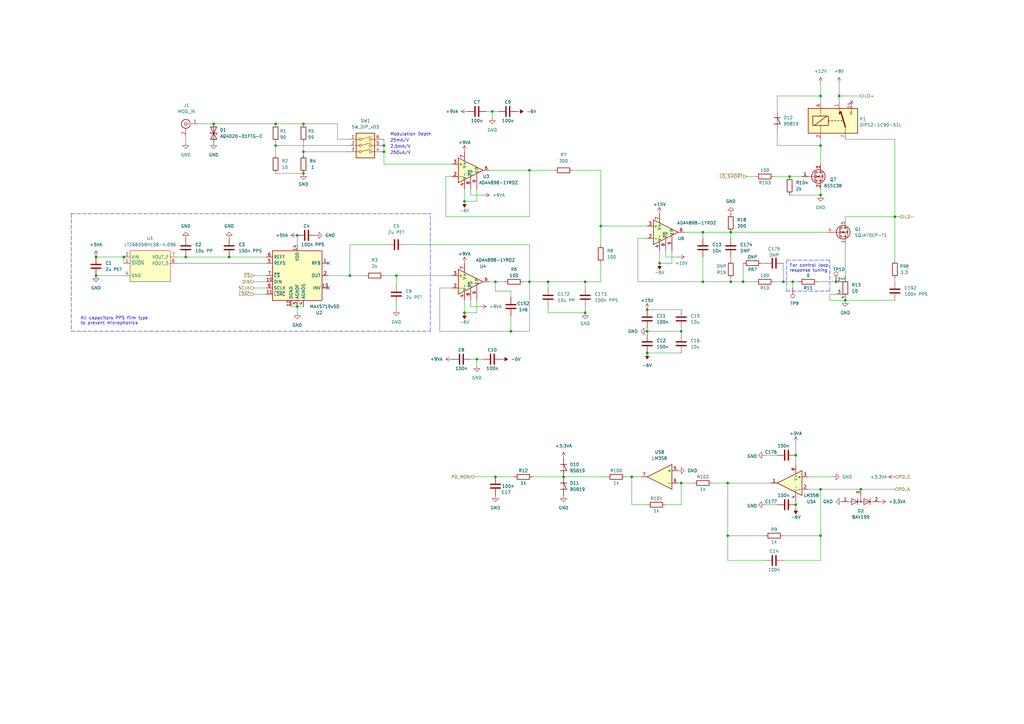
<source format=kicad_sch>
(kicad_sch (version 20211123) (generator eeschema)
  (paper "A3")
  (title_block (title "Kirdy") (date "2022-07-03") (rev "r0.1") (company "M-Labs") (comment 1 "Alex Wong Tat Hang"))
  (lib_symbols
    (symbol "Amplifier_Operational:ADA4898-1YRDZ" (pin_names (offset 0.127))
      (property "Reference" "U" (at 3.81 3.81 0))
      (property "Value" "ADA4898-1YRDZ" (at 11.43 -2.54 0))
      (symbol "ADA4898-1YRDZ_1_1"
        (pin input line (at -7.62 -2.54 0) (length 2.54) (name "-") (number "2"))
        (pin input line (at -7.62 2.54 0) (length 2.54) (name "+") (number "3"))
        (pin power_in line (at -2.54 -7.62 90) (length 3.81) (name "V-") (number "4"))
        (pin output line (at 7.62 0 180) (length 2.54) (name "~") (number "6"))
        (pin power_in line (at -2.54 7.62 270) (length 3.81) (name "V+") (number "7"))
        (pin input line (at 0 -7.62 90) (length 5.08) (name "~{PD}") (number "8"))
        (pin passive line (at 2.54 -7.62 90) (length 6.35) (name "EP") (number "9"))
      )
    )
    (symbol "Amplifier_Operational:LM358" (pin_names (offset 0.127))
      (property "Reference" "U" (at 0 5.08 0))
      (property "Value" "LM358" (at 0 -5.08 0))
      (symbol "LM358_1_1"
        (pin output line (at 7.62 0 180) (length 2.54) (name "~") (number "1"))
        (pin input line (at -7.62 -2.54 0) (length 2.54) (name "-") (number "2"))
        (pin input line (at -7.62 2.54 0) (length 2.54) (name "+") (number "3"))
      )
      (symbol "LM358_2_1"
        (pin input line (at -7.62 2.54 0) (length 2.54) (name "+") (number "5"))
        (pin input line (at -7.62 -2.54 0) (length 2.54) (name "-") (number "6"))
        (pin output line (at 7.62 0 180) (length 2.54) (name "~") (number "7"))
      )
      (symbol "LM358_3_1"
        (pin power_in line (at -2.54 -7.62 90) (length 3.81) (name "V-") (number "4"))
        (pin power_in line (at -2.54 7.62 270) (length 3.81) (name "V+") (number "8"))
      )
    )
    (symbol "Analog_DAC:MAX5719xSD"
      (property "Reference" "U" (at -10.16 11.43 0))
      (property "Value" "MAX5719xSD" (at 1.27 11.43 0))
      (symbol "MAX5719xSD_1_1"
        (pin passive line (at 12.7 5.08 180) (length 2.54) (name "RFB") (number "1"))
        (pin input line (at -12.7 -2.54 0) (length 2.54) (name "DIN") (number "10"))
        (pin input line (at -12.7 -7.62 0) (length 2.54) (name "~{LDAC}") (number "11"))
        (pin power_in line (at -2.54 -12.7 90) (length 2.54) (name "DGND") (number "12"))
        (pin passive line (at 12.7 -5.08 180) (length 2.54) (name "INV") (number "13"))
        (pin power_in line (at 0 12.7 270) (length 2.54) (name "VDD") (number "14"))
        (pin output line (at 12.7 0 180) (length 2.54) (name "OUT") (number "2"))
        (pin power_in line (at 0 -12.7 90) (length 2.54) (name "AGNDF") (number "3"))
        (pin power_in line (at 2.54 -12.7 90) (length 2.54) (name "AGNDS") (number "4"))
        (pin input line (at -12.7 5.08 0) (length 2.54) (name "REFS") (number "5"))
        (pin input line (at -12.7 7.62 0) (length 2.54) (name "REFF") (number "6"))
        (pin input line (at -12.7 0 0) (length 2.54) (name "~{CS}") (number "7"))
        (pin input line (at -12.7 -5.08 0) (length 2.54) (name "SCLK") (number "8"))
        (pin no_connect line (at 10.16 -7.62 180) (length 2.54) hide (name "NC") (number "9"))
      )
    )
    (symbol "Connector:Conn_Coaxial" (pin_names (offset 1.016) hide)
      (property "Reference" "J" (at 0.254 3.048 0))
      (property "Value" "Conn_Coaxial" (at 2.921 0 90))
      (symbol "Conn_Coaxial_1_1"
        (pin passive line (at -5.08 0 0) (length 2.54) (name "In") (number "1"))
        (pin passive line (at 0 -5.08 90) (length 2.54) (name "Ext") (number "2"))
      )
    )
    (symbol "Connector:TestPoint" (pin_numbers hide) (pin_names (offset 0.762) hide)
      (property "Reference" "TP" (at 0 6.858 0))
      (property "Value" "TestPoint" (at 0 5.08 0))
      (symbol "TestPoint_1_1"
        (pin passive line (at 0 0 90) (length 2.54) (name "1") (number "1"))
      )
    )
    (symbol "Device:C" (pin_numbers hide) (pin_names (offset 0.254))
      (property "Reference" "C" (at 0.635 2.54 0))
      (property "Value" "C" (at 0.635 -2.54 0))
      (symbol "C_1_1"
        (pin passive line (at 0 3.81 270) (length 2.794) (name "~") (number "1"))
        (pin passive line (at 0 -3.81 90) (length 2.794) (name "~") (number "2"))
      )
    )
    (symbol "Device:D_Shockley" (pin_numbers hide) (pin_names (offset 1.016) hide)
      (property "Reference" "D" (at 0 2.54 0))
      (property "Value" "D_Shockley" (at 0 -2.54 0))
      (symbol "D_Shockley_1_1"
        (pin passive line (at -3.81 0 0) (length 2.54) (name "K") (number "1"))
        (pin passive line (at 3.81 0 180) (length 2.54) (name "A") (number "2"))
      )
    )
    (symbol "Device:D_TVS" (pin_numbers hide) (pin_names (offset 1.016) hide)
      (property "Reference" "D" (at 0 2.54 0))
      (property "Value" "D_TVS" (at 0 -2.54 0))
      (symbol "D_TVS_1_1"
        (pin passive line (at -3.81 0 0) (length 2.54) (name "A1") (number "1"))
        (pin passive line (at 3.81 0 180) (length 2.54) (name "A2") (number "2"))
      )
    )
    (symbol "Device:R" (pin_numbers hide) (pin_names (offset 0))
      (property "Reference" "R" (at 2.032 0 90))
      (property "Value" "R" (at 0 0 90))
      (symbol "R_1_1"
        (pin passive line (at 0 3.81 270) (length 1.27) (name "~") (number "1"))
        (pin passive line (at 0 -3.81 90) (length 1.27) (name "~") (number "2"))
      )
    )
    (symbol "Device:R_Shunt" (pin_numbers hide) (pin_names (offset 0))
      (property "Reference" "R" (at -4.445 0 90))
      (property "Value" "R_Shunt" (at -2.54 0 90))
      (symbol "R_Shunt_1_1"
        (pin passive line (at 0 5.08 270) (length 2.54) (name "1") (number "1"))
        (pin passive line (at 3.81 2.54 180) (length 2.54) (name "2") (number "2"))
        (pin passive line (at 3.81 -2.54 180) (length 2.54) (name "3") (number "3"))
        (pin passive line (at 0 -5.08 90) (length 2.54) (name "4") (number "4"))
      )
    )
    (symbol "Diode:BAV99" (pin_names hide)
      (property "Reference" "D" (at 0 5.08 0))
      (property "Value" "BAV99" (at 0 2.54 0))
      (symbol "BAV99_1_1"
        (pin passive line (at -7.62 0 0) (length 2.54) (name "K") (number "1"))
        (pin passive line (at 7.62 0 180) (length 2.54) (name "A") (number "2"))
        (pin passive line (at 0 -5.08 90) (length 2.54) (name "K") (number "3"))
      )
    )
    (symbol "Relay:DIPxx-1Cxx-51x"
      (property "Reference" "K" (at 11.43 3.81 0))
      (property "Value" "DIPxx-1Cxx-51x" (at 11.43 1.27 0))
      (symbol "DIPxx-1Cxx-51x_1_1"
        (pin passive line (at 2.54 7.62 270) (length 2.54) (name "~") (number "1"))
        (pin passive line (at 7.62 7.62 270) (length 2.54) (name "~") (number "14"))
        (pin passive line (at -5.08 -7.62 90) (length 2.54) (name "~") (number "2"))
        (pin passive line (at -5.08 7.62 270) (length 2.54) (name "~") (number "6"))
        (pin passive line (at 5.08 -7.62 90) (length 2.54) (name "~") (number "7"))
        (pin passive line (at 5.08 -7.62 90) (length 2.54) hide (name "~") (number "8"))
      )
    )
    (symbol "Switch:SW_DIP_x03" (pin_names (offset 0) hide)
      (property "Reference" "SW" (at 0 8.89 0))
      (property "Value" "SW_DIP_x03" (at 0 -3.81 0))
      (symbol "SW_DIP_x03_1_1"
        (pin passive line (at -7.62 5.08 0) (length 5.08) (name "~") (number "1"))
        (pin passive line (at -7.62 2.54 0) (length 5.08) (name "~") (number "2"))
        (pin passive line (at -7.62 0 0) (length 5.08) (name "~") (number "3"))
        (pin passive line (at 7.62 0 180) (length 5.08) (name "~") (number "4"))
        (pin passive line (at 7.62 2.54 180) (length 5.08) (name "~") (number "5"))
        (pin passive line (at 7.62 5.08 180) (length 5.08) (name "~") (number "6"))
      )
    )
    (symbol "Transistor_FET:BSS138" (pin_names hide)
      (property "Reference" "Q" (at 5.08 1.905 0))
      (property "Value" "BSS138" (at 5.08 0 0))
      (symbol "BSS138_1_1"
        (pin input line (at -5.08 0 0) (length 2.54) (name "G") (number "1"))
        (pin passive line (at 2.54 -5.08 90) (length 2.54) (name "S") (number "2"))
        (pin passive line (at 2.54 5.08 270) (length 2.54) (name "D") (number "3"))
      )
    )
    (symbol "Transistor_FET:CSD17507Q5A" (pin_names hide)
      (property "Reference" "Q" (at 5.08 1.905 0))
      (property "Value" "CSD17507Q5A" (at 5.08 0 0))
      (symbol "CSD17507Q5A_1_1"
        (pin passive line (at 2.54 -5.08 90) (length 2.54) (name "S") (number "1"))
        (pin passive line (at 2.54 -5.08 90) (length 2.54) hide (name "S") (number "2"))
        (pin passive line (at 2.54 -5.08 90) (length 2.54) hide (name "S") (number "3"))
        (pin passive line (at -5.08 0 0) (length 2.54) (name "G") (number "4"))
        (pin passive line (at 2.54 5.08 270) (length 2.54) (name "D") (number "5"))
      )
    )
    (symbol "kirdy:LTC6655"
      (property "Reference" "U" (at 0 -10.16 0))
      (property "Value" "LTC6655" (at 0 -7.62 0))
      (symbol "LTC6655_0_0"
        (pin input line (at -10.16 2.54 0) (length 2.54) (name "~{SHDN}") (number "1"))
        (pin power_in line (at -10.16 5.08 0) (length 2.54) (name "VIN") (number "2"))
        (pin power_in line (at -10.16 -2.54 0) (length 2.54) hide (name "GND") (number "3"))
        (pin power_in line (at -10.16 -2.54 0) (length 2.54) (name "GND") (number "4"))
        (pin power_in line (at -10.16 -2.54 0) (length 2.54) hide (name "GND") (number "5"))
        (pin passive line (at 11.43 2.54 180) (length 2.54) (name "VOUT_S") (number "6"))
        (pin output line (at 11.43 5.08 180) (length 2.54) (name "VOUT_F") (number "7"))
        (pin power_in line (at -10.16 -2.54 0) (length 2.54) hide (name "GND") (number "8"))
      )
    )
    (symbol "power:+12V" (power) (pin_names (offset 0))
      (property "Value" "+12V" (at 0 3.556 0))
      (symbol "+12V_1_1"
        (pin power_in line (at 0 0 90) (length 0) hide (name "+12V") (number "1"))
      )
    )
    (symbol "power:+15V" (power) (pin_names (offset 0))
      (property "Value" "+15V" (at 0 3.556 0))
      (symbol "+15V_1_1"
        (pin power_in line (at 0 0 90) (length 0) hide (name "+15V") (number "1"))
      )
    )
    (symbol "power:+3.3VA" (power) (pin_names (offset 0))
      (property "Value" "+3.3VA" (at 0 3.556 0))
      (symbol "+3.3VA_1_1"
        (pin power_in line (at 0 0 90) (length 0) hide (name "+3.3VA") (number "1"))
      )
    )
    (symbol "power:+5VA" (power) (pin_names (offset 0))
      (property "Value" "+5VA" (at 0 3.556 0))
      (symbol "+5VA_1_1"
        (pin power_in line (at 0 0 90) (length 0) hide (name "+5VA") (number "1"))
      )
    )
    (symbol "power:+8V" (power) (pin_names (offset 0))
      (property "Value" "+8V" (at 0 3.556 0))
      (symbol "+8V_1_1"
        (pin power_in line (at 0 0 90) (length 0) hide (name "+8V") (number "1"))
      )
    )
    (symbol "power:+9VA" (power) (pin_names (offset 0))
      (property "Value" "+9VA" (at 0 3.81 0))
      (symbol "+9VA_1_1"
        (pin power_in line (at 0 0 90) (length 0) hide (name "+9VA") (number "1"))
      )
    )
    (symbol "power:-6V" (power) (pin_names (offset 0))
      (property "Value" "-6V" (at 0 3.81 0))
      (symbol "-6V_0_0"
        (pin power_in line (at 0 0 90) (length 0) hide (name "-6V") (number "1"))
      )
    )
    (symbol "power:GND" (power) (pin_names (offset 0))
      (property "Value" "GND" (at 0 -3.81 0))
      (symbol "GND_1_1"
        (pin power_in line (at 0 0 270) (length 0) hide (name "GND") (number "1"))
      )
    )
  )
  (junction (at 270.51 107.95))
  (junction (at 124.46 71.12))
  (junction (at 217.17 69.85))
  (junction (at 342.9 115.57))
  (junction (at 265.43 135.89))
  (junction (at 203.2 115.57))
  (junction (at 121.92 96.52))
  (junction (at 288.29 95.25))
  (junction (at 367.03 88.9))
  (junction (at 231.14 195.58))
  (junction (at 87.63 50.8))
  (junction (at 201.93 45.72))
  (junction (at 157.48 62.23))
  (junction (at 240.03 115.57))
  (junction (at 336.55 219.71))
  (junction (at 195.58 147.32))
  (junction (at 299.72 115.57))
  (junction (at 265.43 127))
  (junction (at 190.5 128.27))
  (junction (at 124.46 50.8))
  (junction (at 336.55 39.37))
  (junction (at 298.45 198.12))
  (junction (at 217.17 115.57))
  (junction (at 224.79 115.57))
  (junction (at 190.5 82.55))
  (junction (at 325.12 115.57))
  (junction (at 288.29 115.57))
  (junction (at 143.51 113.03))
  (junction (at 326.39 207.01))
  (junction (at 336.55 80.01))
  (junction (at 299.72 95.25))
  (junction (at 259.08 195.58))
  (junction (at 113.03 50.8))
  (junction (at 336.55 200.66))
  (junction (at 162.56 113.03))
  (junction (at 76.2 105.41))
  (junction (at 279.4 198.12))
  (junction (at 279.4 135.89))
  (junction (at 246.38 92.71))
  (junction (at 50.8 105.41))
  (junction (at 346.71 123.19))
  (junction (at 265.43 144.78))
  (junction (at 93.98 105.41))
  (junction (at 353.06 200.66))
  (junction (at 39.37 113.03))
  (junction (at 240.03 128.27))
  (junction (at 113.03 59.69))
  (junction (at 336.55 59.69))
  (junction (at 344.17 39.37))
  (junction (at 298.45 219.71))
  (junction (at 304.8 115.57))
  (junction (at 326.39 186.69))
  (junction (at 124.46 62.23))
  (junction (at 121.92 125.73))
  (junction (at 209.55 135.89))
  (junction (at 39.37 105.41))
  (junction (at 203.2 195.58))
  (junction (at 157.48 59.69))
  (junction (at 323.85 72.39))
  (junction (at 321.31 115.57))
  (no_connect (at 349.25 41.91))
  (no_connect (at 134.62 118.11))
  (no_connect (at 134.62 107.95))
  (wire (pts (xy 162.56 124.46) (xy 162.56 127)))
  (wire (pts (xy 104.14 113.03) (xy 109.22 113.03)))
  (wire (pts (xy 326.39 207.01) (xy 326.39 205.74)))
  (wire (pts (xy 298.45 219.71) (xy 313.69 219.71)))
  (wire (pts (xy 50.8 105.41) (xy 50.8 107.95)))
  (wire (pts (xy 157.48 59.69) (xy 157.48 62.23)))
  (wire (pts (xy 323.85 72.39) (xy 328.93 72.39)))
  (wire (pts (xy 217.17 115.57) (xy 224.79 115.57)))
  (wire (pts (xy 353.06 200.66) (xy 367.03 200.66)))
  (wire (pts (xy 113.03 71.12) (xy 124.46 71.12)))
  (wire (pts (xy 335.28 115.57) (xy 342.9 115.57)))
  (wire (pts (xy 288.29 95.25) (xy 299.72 95.25)))
  (wire (pts (xy 321.31 219.71) (xy 336.55 219.71)))
  (wire (pts (xy 318.77 59.69) (xy 336.55 59.69)))
  (wire (pts (xy 336.55 219.71) (xy 336.55 200.66)))
  (wire (pts (xy 325.12 118.11) (xy 325.12 115.57)))
  (wire (pts (xy 231.14 195.58) (xy 248.92 195.58)))
  (wire (pts (xy 240.03 115.57) (xy 246.38 115.57)))
  (wire (pts (xy 265.43 135.89) (xy 265.43 137.16)))
  (wire (pts (xy 346.71 90.17) (xy 346.71 88.9)))
  (wire (pts (xy 166.37 100.33) (xy 217.17 100.33)))
  (wire (pts (xy 138.43 57.15) (xy 142.24 57.15)))
  (wire (pts (xy 278.13 198.12) (xy 279.4 198.12)))
  (wire (pts (xy 194.31 195.58) (xy 203.2 195.58)))
  (wire (pts (xy 76.2 58.42) (xy 76.2 55.88)))
  (wire (pts (xy 240.03 118.11) (xy 240.03 115.57)))
  (wire (pts (xy 288.29 95.25) (xy 288.29 97.79)))
  (wire (pts (xy 280.67 95.25) (xy 288.29 95.25)))
  (wire (pts (xy 193.04 125.73) (xy 196.85 125.73)))
  (wire (pts (xy 336.55 34.29) (xy 336.55 39.37)))
  (wire (pts (xy 124.46 58.42) (xy 124.46 62.23)))
  (wire (pts (xy 273.05 207.01) (xy 279.4 207.01)))
  (wire (pts (xy 246.38 107.95) (xy 246.38 115.57)))
  (wire (pts (xy 367.03 114.3) (xy 367.03 115.57)))
  (wire (pts (xy 299.72 95.25) (xy 339.09 95.25)))
  (wire (pts (xy 81.28 50.8) (xy 87.63 50.8)))
  (polyline (pts (xy 322.58 119.38) (xy 340.36 119.38)))
  (wire (pts (xy 104.14 118.11) (xy 109.22 118.11)))
  (wire (pts (xy 273.05 105.41) (xy 278.13 105.41)))
  (polyline (pts (xy 322.58 106.68) (xy 340.36 106.68)))
  (wire (pts (xy 340.36 120.65) (xy 340.36 123.19)))
  (wire (pts (xy 318.77 53.34) (xy 318.77 59.69)))
  (wire (pts (xy 157.48 57.15) (xy 157.48 59.69)))
  (wire (pts (xy 299.72 105.41) (xy 299.72 106.68)))
  (wire (pts (xy 298.45 219.71) (xy 298.45 198.12)))
  (wire (pts (xy 76.2 105.41) (xy 93.98 105.41)))
  (wire (pts (xy 104.14 115.57) (xy 109.22 115.57)))
  (wire (pts (xy 113.03 58.42) (xy 113.03 59.69)))
  (wire (pts (xy 200.66 69.85) (xy 217.17 69.85)))
  (wire (pts (xy 201.93 45.72) (xy 201.93 48.26)))
  (wire (pts (xy 306.07 72.39) (xy 309.88 72.39)))
  (wire (pts (xy 224.79 115.57) (xy 240.03 115.57)))
  (wire (pts (xy 217.17 88.9) (xy 217.17 69.85)))
  (wire (pts (xy 209.55 135.89) (xy 217.17 135.89)))
  (wire (pts (xy 162.56 113.03) (xy 185.42 113.03)))
  (wire (pts (xy 157.48 113.03) (xy 162.56 113.03)))
  (wire (pts (xy 299.72 95.25) (xy 299.72 97.79)))
  (wire (pts (xy 217.17 135.89) (xy 217.17 115.57)))
  (wire (pts (xy 367.03 88.9) (xy 346.71 88.9)))
  (wire (pts (xy 313.69 229.87) (xy 298.45 229.87)))
  (wire (pts (xy 240.03 128.27) (xy 240.03 125.73)))
  (wire (pts (xy 313.69 207.01) (xy 318.77 207.01)))
  (wire (pts (xy 72.39 107.95) (xy 109.22 107.95)))
  (wire (pts (xy 336.55 57.15) (xy 336.55 59.69)))
  (wire (pts (xy 124.46 62.23) (xy 142.24 62.23)))
  (wire (pts (xy 214.63 115.57) (xy 217.17 115.57)))
  (wire (pts (xy 279.4 135.89) (xy 265.43 135.89)))
  (wire (pts (xy 201.93 45.72) (xy 204.47 45.72)))
  (wire (pts (xy 180.34 118.11) (xy 180.34 135.89)))
  (wire (pts (xy 256.54 195.58) (xy 259.08 195.58)))
  (wire (pts (xy 259.08 207.01) (xy 259.08 195.58)))
  (wire (pts (xy 195.58 82.55) (xy 195.58 77.47)))
  (wire (pts (xy 190.5 77.47) (xy 190.5 82.55)))
  (wire (pts (xy 195.58 128.27) (xy 195.58 123.19)))
  (wire (pts (xy 279.4 198.12) (xy 284.48 198.12)))
  (wire (pts (xy 143.51 100.33) (xy 143.51 113.03)))
  (wire (pts (xy 158.75 100.33) (xy 143.51 100.33)))
  (polyline (pts (xy 29.21 87.63) (xy 176.53 87.63)))
  (wire (pts (xy 346.71 123.19) (xy 367.03 123.19)))
  (wire (pts (xy 218.44 195.58) (xy 231.14 195.58)))
  (wire (pts (xy 195.58 147.32) (xy 198.12 147.32)))
  (wire (pts (xy 87.63 50.8) (xy 113.03 50.8)))
  (wire (pts (xy 304.8 107.95) (xy 304.8 115.57)))
  (wire (pts (xy 193.04 77.47) (xy 193.04 80.01)))
  (wire (pts (xy 113.03 50.8) (xy 124.46 50.8)))
  (wire (pts (xy 336.55 39.37) (xy 336.55 41.91)))
  (wire (pts (xy 190.5 82.55) (xy 195.58 82.55)))
  (wire (pts (xy 193.04 147.32) (xy 195.58 147.32)))
  (wire (pts (xy 203.2 195.58) (xy 210.82 195.58)))
  (wire (pts (xy 321.31 115.57) (xy 325.12 115.57)))
  (wire (pts (xy 246.38 69.85) (xy 246.38 92.71)))
  (wire (pts (xy 270.51 107.95) (xy 275.59 107.95)))
  (wire (pts (xy 199.39 45.72) (xy 201.93 45.72)))
  (wire (pts (xy 344.17 39.37) (xy 344.17 41.91)))
  (wire (pts (xy 185.42 72.39) (xy 182.88 72.39)))
  (polyline (pts (xy 340.36 119.38) (xy 340.36 106.68)))
  (wire (pts (xy 340.36 120.65) (xy 342.9 120.65)))
  (wire (pts (xy 292.1 198.12) (xy 298.45 198.12)))
  (wire (pts (xy 72.39 105.41) (xy 76.2 105.41)))
  (wire (pts (xy 259.08 195.58) (xy 262.89 195.58)))
  (wire (pts (xy 180.34 135.89) (xy 209.55 135.89)))
  (wire (pts (xy 298.45 198.12) (xy 316.23 198.12)))
  (wire (pts (xy 193.04 123.19) (xy 193.04 125.73)))
  (wire (pts (xy 134.62 113.03) (xy 143.51 113.03)))
  (wire (pts (xy 209.55 119.38) (xy 203.2 119.38)))
  (wire (pts (xy 93.98 105.41) (xy 109.22 105.41)))
  (wire (pts (xy 317.5 115.57) (xy 321.31 115.57)))
  (wire (pts (xy 367.03 57.15) (xy 346.71 57.15)))
  (wire (pts (xy 234.95 69.85) (xy 246.38 69.85)))
  (wire (pts (xy 39.37 105.41) (xy 50.8 105.41)))
  (wire (pts (xy 326.39 181.61) (xy 326.39 186.69)))
  (wire (pts (xy 39.37 113.03) (xy 50.8 113.03)))
  (wire (pts (xy 369.57 88.9) (xy 367.03 88.9)))
  (wire (pts (xy 318.77 39.37) (xy 336.55 39.37)))
  (wire (pts (xy 190.5 128.27) (xy 195.58 128.27)))
  (wire (pts (xy 124.46 62.23) (xy 124.46 63.5)))
  (wire (pts (xy 270.51 102.87) (xy 270.51 107.95)))
  (polyline (pts (xy 29.21 87.63) (xy 29.21 135.89)))
  (wire (pts (xy 325.12 115.57) (xy 327.66 115.57)))
  (wire (pts (xy 113.03 59.69) (xy 142.24 59.69)))
  (wire (pts (xy 261.62 115.57) (xy 261.62 97.79)))
  (wire (pts (xy 298.45 229.87) (xy 298.45 219.71)))
  (wire (pts (xy 121.92 96.52) (xy 121.92 100.33)))
  (wire (pts (xy 273.05 102.87) (xy 273.05 105.41)))
  (wire (pts (xy 157.48 67.31) (xy 185.42 67.31)))
  (polyline (pts (xy 322.58 106.68) (xy 322.58 119.38)))
  (wire (pts (xy 217.17 69.85) (xy 227.33 69.85)))
  (wire (pts (xy 331.47 195.58) (xy 341.63 195.58)))
  (wire (pts (xy 336.55 59.69) (xy 336.55 67.31)))
  (wire (pts (xy 304.8 115.57) (xy 309.88 115.57)))
  (wire (pts (xy 344.17 39.37) (xy 353.06 39.37)))
  (wire (pts (xy 288.29 115.57) (xy 261.62 115.57)))
  (wire (pts (xy 182.88 88.9) (xy 217.17 88.9)))
  (wire (pts (xy 119.38 125.73) (xy 121.92 125.73)))
  (wire (pts (xy 246.38 92.71) (xy 265.43 92.71)))
  (wire (pts (xy 367.03 88.9) (xy 367.03 106.68)))
  (wire (pts (xy 104.14 120.65) (xy 109.22 120.65)))
  (wire (pts (xy 326.39 208.28) (xy 326.39 207.01)))
  (wire (pts (xy 318.77 45.72) (xy 318.77 39.37)))
  (wire (pts (xy 143.51 113.03) (xy 149.86 113.03)))
  (wire (pts (xy 193.04 80.01) (xy 198.12 80.01)))
  (wire (pts (xy 246.38 92.71) (xy 246.38 100.33)))
  (polyline (pts (xy 29.21 135.89) (xy 176.53 135.89)))
  (wire (pts (xy 224.79 125.73) (xy 224.79 128.27)))
  (wire (pts (xy 299.72 114.3) (xy 299.72 115.57)))
  (wire (pts (xy 367.03 57.15) (xy 367.03 88.9)))
  (wire (pts (xy 313.69 186.69) (xy 318.77 186.69)))
  (wire (pts (xy 321.31 229.87) (xy 336.55 229.87)))
  (wire (pts (xy 190.5 123.19) (xy 190.5 128.27)))
  (wire (pts (xy 326.39 186.69) (xy 326.39 190.5)))
  (wire (pts (xy 224.79 118.11) (xy 224.79 115.57)))
  (wire (pts (xy 331.47 200.66) (xy 336.55 200.66)))
  (wire (pts (xy 203.2 119.38) (xy 203.2 115.57)))
  (wire (pts (xy 321.31 107.95) (xy 321.31 115.57)))
  (wire (pts (xy 336.55 229.87) (xy 336.55 219.71)))
  (wire (pts (xy 209.55 129.54) (xy 209.55 135.89)))
  (wire (pts (xy 279.4 134.62) (xy 279.4 135.89)))
  (wire (pts (xy 344.17 34.29) (xy 344.17 39.37)))
  (wire (pts (xy 312.42 107.95) (xy 313.69 107.95)))
  (wire (pts (xy 323.85 80.01) (xy 336.55 80.01)))
  (wire (pts (xy 113.03 59.69) (xy 113.03 63.5)))
  (wire (pts (xy 121.92 125.73) (xy 121.92 128.27)))
  (wire (pts (xy 217.17 100.33) (xy 217.17 115.57)))
  (wire (pts (xy 279.4 135.89) (xy 279.4 137.16)))
  (wire (pts (xy 162.56 113.03) (xy 162.56 116.84)))
  (wire (pts (xy 279.4 207.01) (xy 279.4 198.12)))
  (wire (pts (xy 157.48 62.23) (xy 157.48 67.31)))
  (wire (pts (xy 124.46 50.8) (xy 138.43 50.8)))
  (wire (pts (xy 203.2 115.57) (xy 207.01 115.57)))
  (wire (pts (xy 336.55 77.47) (xy 336.55 80.01)))
  (wire (pts (xy 317.5 72.39) (xy 323.85 72.39)))
  (wire (pts (xy 340.36 123.19) (xy 346.71 123.19)))
  (wire (pts (xy 185.42 118.11) (xy 180.34 118.11)))
  (wire (pts (xy 265.43 134.62) (xy 265.43 135.89)))
  (wire (pts (xy 224.79 128.27) (xy 240.03 128.27)))
  (wire (pts (xy 265.43 127) (xy 279.4 127)))
  (wire (pts (xy 336.55 200.66) (xy 353.06 200.66)))
  (wire (pts (xy 288.29 115.57) (xy 299.72 115.57)))
  (wire (pts (xy 209.55 121.92) (xy 209.55 119.38)))
  (wire (pts (xy 265.43 144.78) (xy 279.4 144.78)))
  (wire (pts (xy 200.66 115.57) (xy 203.2 115.57)))
  (wire (pts (xy 346.71 100.33) (xy 346.71 113.03)))
  (wire (pts (xy 138.43 50.8) (xy 138.43 57.15)))
  (wire (pts (xy 275.59 107.95) (xy 275.59 102.87)))
  (wire (pts (xy 288.29 105.41) (xy 288.29 115.57)))
  (wire (pts (xy 195.58 147.32) (xy 195.58 149.86)))
  (wire (pts (xy 299.72 115.57) (xy 304.8 115.57)))
  (polyline (pts (xy 176.53 135.89) (xy 176.53 87.63)))
  (wire (pts (xy 265.43 207.01) (xy 259.08 207.01)))
  (wire (pts (xy 121.92 125.73) (xy 124.46 125.73)))
  (wire (pts (xy 182.88 72.39) (xy 182.88 88.9)))
  (wire (pts (xy 261.62 97.79) (xy 265.43 97.79)))
  (text "250uA/V" (at 160.02 63.5 0) (effects (font (size 1.27 1.27)) (justify left bottom)))
  (text "All capacitors PPS film type\nto prevent microphonics " (at 33.02 133.35 0) (effects (font (size 1.27 1.27)) (justify left bottom)))
  (text "2.5mA/V" (at 160.02 60.96 0) (effects (font (size 1.27 1.27)) (justify left bottom)))
  (text "For control loop\nresponse tuning" (at 323.85 111.76 0) (effects (font (size 1.27 1.27)) (justify left bottom)))
  (text "25mA/V" (at 160.02 58.42 0) (effects (font (size 1.27 1.27)) (justify left bottom)))
  (text "Modulation Depth" (at 160.02 55.88 0) (effects (font (size 1.27 1.27)) (justify left bottom)))
  (hierarchical_label "~{LDAC}" (shape input) (at 104.14 120.65 180))
  (hierarchical_label "~{LD_SHORT}" (shape input) (at 306.07 72.39 180))
  (hierarchical_label "LD+" (shape output) (at 353.06 39.37 0))
  (hierarchical_label "SCLK" (shape input) (at 104.14 118.11 180))
  (hierarchical_label "PD_MON" (shape output) (at 194.31 195.58 180))
  (hierarchical_label "PD_C" (shape input) (at 367.03 195.58 0))
  (hierarchical_label "PD_A" (shape input) (at 367.03 200.66 0))
  (hierarchical_label "DIN" (shape input) (at 104.14 115.57 180))
  (hierarchical_label "LD-" (shape output) (at 369.57 88.9 0))
  (hierarchical_label "~{CS}" (shape input) (at 104.14 113.03 180))
  (symbol (lib_id "Connector:TestPoint") (at 342.9 115.57 0) (unit 1)
    (property "Reference" "TP10" (at 341.63 110.49 0) (effects (justify left)))
    (property "Value" "TestPoint" (effects hide))
    (property "Footprint" "TestPoint:TestPoint_Pad_2.0x2.0mm" (effects hide))
  )
  (symbol (lib_id "Amplifier_Operational:LM358") (at 328.93 198.12 0) (unit 3)
    (property "Reference" "U5" (effects hide))
    (property "Value" "LM358" (effects hide))
    (property "Footprint" "Package_SO:SOIC-8_3.9x4.9mm_P1.27mm" (effects hide))
    (property "Datasheet" "http://www.ti.com/lit/ds/symlink/lm2904-n.pdf" (effects hide))
  )
  (symbol (lib_id "Device:R") (at 299.72 110.49 180) (unit 1)
    (property "Reference" "R19" (at 295.91 111.76 0))
    (property "Value" "DNP" (at 295.91 109.22 0))
    (property "Footprint" "Resistor_SMD:R_0603_1608Metric" (effects hide))
  )
  (symbol (lib_id "Device:R") (at 299.72 91.44 180) (unit 1)
    (property "Reference" "R18" (at 302.26 90.1699 0) (effects (justify right)))
    (property "Value" "300" (at 302.26 92.7099 0) (effects (justify right)))
    (property "Footprint" "Resistor_SMD:R_0603_1608Metric" (effects hide))
    (property "MFR_PN" "WR06X1000FTL" (effects hide))
    (property "MFR_PN_ALT" "RMCF0603FT100R" (effects hide))
  )
  (symbol (lib_id "Diode:BAV99") (at 353.06 205.74 0) (mirror x) (unit 1)
    (property "Reference" "D2" (at 353.06 209.55 0))
    (property "Value" "BAV199" (at 353.06 212.09 0))
    (property "Footprint" "Package_TO_SOT_SMD:SOT-23" (effects hide))
    (property "Datasheet" "https://assets.nexperia.com/documents/data-sheet/BAV99_SER.pdf" (effects hide))
    (property "MFR_PN" "BAV199W-7" (effects hide))
    (property "MFR_PN_ALT" "BAV199E6327HTSA1" (effects hide))
  )
  (symbol (lib_id "power:+3.3VA") (at 367.03 195.58 90) (unit 1)
    (property "Reference" "#PWR0173" (effects hide))
    (property "Value" "+3.3VA" (at 356.87 195.58 90) (effects (justify right)))
  )
  (symbol (lib_id "power:GND") (at 313.69 186.69 270) (unit 1)
    (property "Reference" "#PWR0130" (effects hide))
    (property "Value" "GND" (at 310.5151 187.1238 90) (effects (justify right)))
  )
  (symbol (lib_id "power:GND") (at 345.44 205.74 270) (unit 1)
    (property "Reference" "#PWR036" (effects hide))
    (property "Value" "GND" (at 341.63 205.7399 90) (effects (justify right)))
  )
  (symbol (lib_id "Device:R") (at 323.85 76.2 180) (unit 1)
    (property "Reference" "R104" (at 326.39 74.9299 0) (effects (justify right)))
    (property "Value" "2k" (at 326.39 77.4699 0) (effects (justify right)))
    (property "Footprint" "Resistor_SMD:R_0603_1608Metric" (effects hide))
    (property "MFR_PN" "RC0603FR-072KL" (effects hide))
    (property "MFR_PN_ALT" "ERJ-3EKF2001V" (effects hide))
  )
  (symbol (lib_id "power:GND") (at 336.55 80.01 0) (unit 1)
    (property "Reference" "#PWR0171" (effects hide))
    (property "Value" "GND" (at 336.55 85.09 0))
  )
  (symbol (lib_id "power:+3.3VA") (at 231.14 187.96 0) (unit 1)
    (property "Reference" "#PWR032" (effects hide))
    (property "Value" "+3.3VA" (at 231.14 182.88 0))
  )
  (symbol (lib_id "power:-6V") (at 212.09 45.72 270) (unit 1)
    (property "Reference" "#PWR022" (effects hide))
    (property "Value" "-6V" (at 215.9 45.7199 90) (effects (justify left)))
  )
  (symbol (lib_id "Device:C") (at 162.56 100.33 90) (unit 1)
    (property "Reference" "C5" (at 162.56 92.71 90))
    (property "Value" "2u PET" (at 162.56 95.25 90))
    (property "Footprint" "Capacitor_SMD:C_1812_4532Metric" (effects hide))
    (property "MFR_PN" "35MU225MC14532" (effects hide))
  )
  (symbol (lib_id "power:+15V") (at 265.43 127 0) (unit 1)
    (property "Reference" "#PWR028" (effects hide))
    (property "Value" "+15V" (at 265.43 123.19 0))
  )
  (symbol (lib_id "Device:R") (at 331.47 115.57 90) (unit 1)
    (property "Reference" "R11" (at 331.47 118.11 90))
    (property "Value" "0" (at 331.47 113.03 90))
    (property "Footprint" "Resistor_SMD:R_0603_1608Metric" (effects hide))
    (property "MFR_PN" "RMCF0603ZT0R00" (effects hide))
    (property "MFR_PN_ALT" "CR0603-J/-000ELF" (effects hide))
  )
  (symbol (lib_id "power:-6V") (at 205.74 147.32 270) (unit 1)
    (property "Reference" "#PWR023" (effects hide))
    (property "Value" "-6V" (at 209.55 147.3199 90) (effects (justify left)))
  )
  (symbol (lib_id "Device:C") (at 208.28 45.72 90) (unit 1)
    (property "Reference" "C9" (at 208.28 41.91 90))
    (property "Value" "100n" (at 208.28 49.53 90))
    (property "Footprint" "Capacitor_SMD:C_0603_1608Metric" (effects hide))
    (property "MFR_PN" "CL10B104KB8NNWC" (effects hide))
    (property "MFR_PN_ALT" "CL10B104KB8NNNL" (effects hide))
  )
  (symbol (lib_id "Device:R") (at 269.24 207.01 90) (unit 1)
    (property "Reference" "R101" (at 269.24 204.47 90))
    (property "Value" "1k" (at 269.24 209.55 90))
    (property "Footprint" "Resistor_SMD:R_0603_1608Metric" (effects hide))
    (property "MFR_PN" "RNCP0603FTD1K00" (effects hide))
    (property "MFR_PN_ALT" "WR06X1001FTL" (effects hide))
  )
  (symbol (lib_id "Relay:DIPxx-1Cxx-51x") (at 341.63 49.53 0) (unit 1)
    (property "Reference" "K1" (at 352.552 48.6953 0) (effects (justify left)))
    (property "Value" "DIP12-1C90-51L" (at 352.552 51.2322 0) (effects (justify left)))
    (property "Footprint" "Relay_THT:Relay_StandexMeder_DIP_LowProfile" (effects hide))
    (property "Datasheet" "https://standexelectronics.com/wp-content/uploads/datasheet_reed_relay_DIP.pdf" (effects hide))
  )
  (symbol (lib_id "Amplifier_Operational:LM358") (at 270.51 195.58 0) (mirror y) (unit 2)
    (property "Reference" "U5" (at 270.51 185.42 0))
    (property "Value" "LM358" (at 270.51 187.96 0))
    (property "Footprint" "Package_SO:SOIC-8_3.9x4.9mm_P1.27mm" (effects hide))
    (property "Datasheet" "http://www.ti.com/lit/ds/symlink/lm2904-n.pdf" (effects hide))
  )
  (symbol (lib_id "power:+5VA") (at 39.37 105.41 0) (unit 1)
    (property "Reference" "#PWR01" (effects hide))
    (property "Value" "+5VA" (at 39.37 100.33 0))
  )
  (symbol (lib_id "Device:C") (at 279.4 140.97 0) (unit 1)
    (property "Reference" "C16" (at 283.21 139.6999 0) (effects (justify left)))
    (property "Value" "10u" (at 283.21 142.2399 0) (effects (justify left)))
    (property "Footprint" "Capacitor_SMD:C_0805_2012Metric" (effects hide))
    (property "MFR_PN" "CL21B106KOQNNNG" (effects hide))
    (property "MFR_PN_ALT" "CL21B106KOQNNNE" (effects hide))
  )
  (symbol (lib_id "Device:C") (at 76.2 101.6 0) (unit 1)
    (property "Reference" "C2" (at 80.01 100.3299 0) (effects (justify left)))
    (property "Value" "10u PP" (at 80.01 102.8699 0) (effects (justify left)))
    (property "Footprint" "Capacitor_SMD:C_1812_4532Metric" (effects hide))
    (property "MFR_PN" "16MU106MC44532" (effects hide))
  )
  (symbol (lib_id "Connector:TestPoint") (at 325.12 118.11 180) (unit 1)
    (property "Reference" "TP9" (at 327.66 124.46 0) (effects (justify left)))
    (property "Value" "TestPoint" (effects hide))
    (property "Footprint" "TestPoint:TestPoint_Pad_2.0x2.0mm" (effects hide))
  )
  (symbol (lib_id "Device:C") (at 299.72 101.6 0) (unit 1)
    (property "Reference" "C174" (at 303.53 100.3299 0) (effects (justify left)))
    (property "Value" "DNP" (at 303.53 102.8699 0) (effects (justify left)))
    (property "Footprint" "Capacitor_SMD:C_0603_1608Metric" (effects hide))
  )
  (symbol (lib_id "Device:R") (at 313.69 115.57 90) (unit 1)
    (property "Reference" "R10" (at 313.69 118.11 90))
    (property "Value" "100" (at 313.69 113.03 90))
    (property "Footprint" "Resistor_SMD:R_0603_1608Metric" (effects hide))
    (property "MFR_PN" "WR06X1000FTL" (effects hide))
    (property "MFR_PN_ALT" "RMCF0603FT100R" (effects hide))
  )
  (symbol (lib_id "Device:R") (at 367.03 110.49 180) (unit 1)
    (property "Reference" "R98" (at 370.84 109.22 0))
    (property "Value" "3.3" (at 370.84 111.76 0))
    (property "Footprint" "Resistor_SMD:R_0603_1608Metric" (effects hide))
  )
  (symbol (lib_id "power:GND") (at 121.92 128.27 0) (unit 1)
    (property "Reference" "#PWR06" (effects hide))
    (property "Value" "GND" (at 121.92 133.35 0))
  )
  (symbol (lib_id "Amplifier_Operational:ADA4898-1YRDZ") (at 273.05 95.25 0) (unit 1)
    (property "Reference" "U6" (at 279.4 97.79 0))
    (property "Value" "ADA4898-1YRDZ" (at 285.75 91.44 0))
    (property "Footprint" "Package_SO:SOIC-8-1EP_3.9x4.9mm_P1.27mm_EP2.29x3mm" (effects hide))
    (property "Datasheet" "https://www.analog.com/media/en/technical-documentation/data-sheets/ada4898-1_4898-2.pdf" (effects hide))
    (property "MFR_PN" "ADA4898-1YRDZ" (effects hide))
  )
  (symbol (lib_id "Device:C") (at 288.29 101.6 0) (unit 1)
    (property "Reference" "C13" (at 292.1 100.3299 0) (effects (justify left)))
    (property "Value" "10n" (at 292.1 102.8699 0) (effects (justify left)))
    (property "Footprint" "Capacitor_SMD:C_0603_1608Metric" (effects hide))
    (property "MFR_PN" "0603B103K500CT" (effects hide))
    (property "MFR_PN_ALT" "CL10B103KB8NNNC" (effects hide))
  )
  (symbol (lib_id "Device:C") (at 322.58 207.01 90) (unit 1)
    (property "Reference" "C177" (at 318.77 205.74 90) (effects (justify left)))
    (property "Value" "100n" (at 323.85 203.2 90) (effects (justify left)))
    (property "Footprint" "Capacitor_SMD:C_0603_1608Metric" (effects hide))
    (property "MFR_PN" "CL10B104KB8NNWC" (effects hide))
    (property "MFR_PN_ALT" "CL10B104KB8NNNL" (effects hide))
  )
  (symbol (lib_id "Device:C") (at 367.03 119.38 0) (unit 1)
    (property "Reference" "C192" (at 370.84 118.1099 0) (effects (justify left)))
    (property "Value" "100n PPS" (at 370.84 120.6499 0) (effects (justify left)))
    (property "Footprint" "Capacitor_SMD:C_1210_3225Metric" (effects hide))
    (property "MFR_PN" "ECH-U1C104JX5" (effects hide))
  )
  (symbol (lib_id "Device:R") (at 288.29 198.12 90) (unit 1)
    (property "Reference" "R102" (at 288.29 195.58 90))
    (property "Value" "1k" (at 288.29 200.66 90))
    (property "Footprint" "Resistor_SMD:R_0603_1608Metric" (effects hide))
    (property "MFR_PN" "RNCP0603FTD1K00" (effects hide))
    (property "MFR_PN_ALT" "WR06X1001FTL" (effects hide))
  )
  (symbol (lib_id "power:GND") (at 341.63 195.58 90) (unit 1)
    (property "Reference" "#PWR0172" (effects hide))
    (property "Value" "GND" (at 345.44 195.5799 90) (effects (justify right)))
  )
  (symbol (lib_id "Device:R") (at 246.38 104.14 180) (unit 1)
    (property "Reference" "R8" (at 248.92 102.8699 0) (effects (justify right)))
    (property "Value" "100" (at 248.92 105.4099 0) (effects (justify right)))
    (property "Footprint" "Resistor_SMD:R_0603_1608Metric" (effects hide))
    (property "MFR_PN" "RT0603FRE07300RL" (effects hide))
    (property "MFR_PN_ALT" "RC0603FR-10300RL" (effects hide))
  )
  (symbol (lib_id "power:GND") (at 129.54 96.52 90) (unit 1)
    (property "Reference" "#PWR07" (effects hide))
    (property "Value" "GND" (at 133.35 96.5199 90) (effects (justify right)))
  )
  (symbol (lib_id "Device:R") (at 113.03 67.31 180) (unit 1)
    (property "Reference" "R2" (at 116.84 66.04 0))
    (property "Value" "10" (at 116.84 68.58 0))
    (property "Footprint" "Resistor_SMD:R_0603_1608Metric" (effects hide))
    (property "MFR_PN" "RT0603BRD0710RL" (effects hide))
    (property "MFR_PN_ALT" "WR06X10R0FTL" (effects hide))
  )
  (symbol (lib_id "power:GND") (at 39.37 113.03 0) (unit 1)
    (property "Reference" "#PWR02" (effects hide))
    (property "Value" "GND" (at 39.37 118.11 0))
  )
  (symbol (lib_id "power:GND") (at 76.2 97.79 180) (unit 1)
    (property "Reference" "#PWR03" (effects hide))
    (property "Value" "GND" (at 76.2 92.71 0))
  )
  (symbol (lib_id "power:GND") (at 313.69 207.01 270) (unit 1)
    (property "Reference" "#PWR037" (effects hide))
    (property "Value" "GND" (at 310.5151 207.4438 90) (effects (justify right)))
  )
  (symbol (lib_id "Device:C") (at 317.5 229.87 90) (unit 1)
    (property "Reference" "C14" (at 317.5 226.06 90))
    (property "Value" "100n" (at 317.5 233.68 90))
    (property "Footprint" "Capacitor_SMD:C_0603_1608Metric" (effects hide))
    (property "MFR_PN" "GCM1885C1H162FA16D" (effects hide))
    (property "MFR_PN_ALT" "C0603C162J5GAC7867" (effects hide))
  )
  (symbol (lib_id "Device:R") (at 214.63 195.58 90) (unit 1)
    (property "Reference" "R12" (at 214.63 193.04 90))
    (property "Value" "1k" (at 214.63 198.12 90))
    (property "Footprint" "Resistor_SMD:R_0603_1608Metric" (effects hide))
    (property "MFR_PN" "RNCP0603FTD1K00" (effects hide))
    (property "MFR_PN_ALT" "WR06X1001FTL" (effects hide))
  )
  (symbol (lib_id "Device:C") (at 203.2 199.39 180) (unit 1)
    (property "Reference" "C17" (at 209.55 201.93 0) (effects (justify left)))
    (property "Value" "100n" (at 210.82 199.39 0) (effects (justify left)))
    (property "Footprint" "Capacitor_SMD:C_0603_1608Metric" (effects hide))
    (property "MFR_PN" "CL10B104KB8NNWC" (effects hide))
    (property "MFR_PN_ALT" "CL10B104KB8NNNL" (effects hide))
  )
  (symbol (lib_id "power:GND") (at 278.13 193.04 90) (unit 1)
    (property "Reference" "#PWR033" (effects hide))
    (property "Value" "GND" (at 281.94 193.0399 90) (effects (justify right)))
  )
  (symbol (lib_id "power:GND") (at 299.72 87.63 180) (unit 1)
    (property "Reference" "#PWR035" (effects hide))
    (property "Value" "GND" (at 299.72 82.55 0))
  )
  (symbol (lib_id "Device:C") (at 224.79 121.92 0) (unit 1)
    (property "Reference" "C172" (at 228.6 120.6499 0) (effects (justify left)))
    (property "Value" "10u PP" (at 228.6 123.1899 0) (effects (justify left)))
    (property "Footprint" "Capacitor_SMD:C_1812_4532Metric" (effects hide))
    (property "MFR_PN" "16MU106MC44532" (effects hide))
  )
  (symbol (lib_id "Switch:SW_DIP_x03") (at 149.86 62.23 0) (unit 1)
    (property "Reference" "SW1" (at 149.86 49.53 0))
    (property "Value" "SW_DIP_x03" (at 149.86 52.07 0))
    (property "Footprint" "Button_Switch_SMD:SW_DIP_SPSTx03_Slide_Omron_A6S-310x_W8.9mm_P2.54mm" (effects hide))
    (property "MFR_PN" "A6SN-3104" (effects hide))
    (property "MFR_PN_ALT" "A6S-3102" (effects hide))
  )
  (symbol (lib_id "Amplifier_Operational:ADA4898-1YRDZ") (at 193.04 115.57 0) (unit 1)
    (property "Reference" "U4" (at 198.12 109.22 0))
    (property "Value" "ADA4898-1YRDZ" (at 203.2 106.68 0))
    (property "Footprint" "Package_SO:SOIC-8-1EP_3.9x4.9mm_P1.27mm_EP2.29x3mm" (effects hide))
    (property "Datasheet" "https://www.analog.com/media/en/technical-documentation/data-sheets/ada4898-1_4898-2.pdf" (effects hide))
    (property "MFR_PN" "ADA4898-1YRDZ" (effects hide))
  )
  (symbol (lib_id "power:GND") (at 265.43 135.89 270) (unit 1)
    (property "Reference" "#PWR029" (effects hide))
    (property "Value" "GND" (at 261.62 135.8899 90) (effects (justify right)))
  )
  (symbol (lib_id "Device:C") (at 265.43 140.97 0) (unit 1)
    (property "Reference" "C12" (at 269.24 139.6999 0) (effects (justify left)))
    (property "Value" "100n" (at 269.24 142.2399 0) (effects (justify left)))
    (property "Footprint" "Capacitor_SMD:C_0603_1608Metric" (effects hide))
    (property "MFR_PN" "CL10B104KB8NNWC" (effects hide))
    (property "MFR_PN_ALT" "CL10B104KB8NNNL" (effects hide))
  )
  (symbol (lib_id "power:GND") (at 162.56 127 0) (unit 1)
    (property "Reference" "#PWR09" (effects hide))
    (property "Value" "GND" (at 162.56 132.08 0))
  )
  (symbol (lib_id "Device:R") (at 153.67 113.03 90) (unit 1)
    (property "Reference" "R3" (at 153.67 106.68 90))
    (property "Value" "2k" (at 153.67 109.22 90))
    (property "Footprint" "Resistor_SMD:R_0603_1608Metric" (effects hide))
    (property "MFR_PN" "RC0603FR-072KL" (effects hide))
    (property "MFR_PN_ALT" "ERJ-3EKF2001V" (effects hide))
  )
  (symbol (lib_id "Device:C") (at 209.55 125.73 180) (unit 1)
    (property "Reference" "C152" (at 214.63 124.46 0))
    (property "Value" "1n6" (at 214.63 127 0))
    (property "Footprint" "Capacitor_SMD:C_0603_1608Metric" (effects hide))
    (property "MFR_PN" "GCM1885C1H162FA16D" (effects hide))
    (property "MFR_PN_ALT" "C0603C162J5GAC7867" (effects hide))
  )
  (symbol (lib_id "Device:C") (at 201.93 147.32 90) (unit 1)
    (property "Reference" "C10" (at 201.93 143.51 90))
    (property "Value" "100n" (at 201.93 151.13 90))
    (property "Footprint" "Capacitor_SMD:C_0603_1608Metric" (effects hide))
    (property "MFR_PN" "CL10B104KB8NNWC" (effects hide))
    (property "MFR_PN_ALT" "CL10B104KB8NNNL" (effects hide))
  )
  (symbol (lib_id "power:+9VA") (at 198.12 80.01 270) (unit 1)
    (property "Reference" "#PWR020" (effects hide))
    (property "Value" "+9VA" (at 201.93 80.0099 90) (effects (justify left)))
  )
  (symbol (lib_id "Device:R_Shunt") (at 346.71 118.11 0) (mirror y) (unit 1)
    (property "Reference" "R13" (at 349.25 116.8399 0) (effects (justify right)))
    (property "Value" "10" (at 349.25 119.3799 0) (effects (justify right)))
    (property "Footprint" "kirdy:R_Shunt_VCS1625ZP" (effects hide))
    (property "MFR_PN" "Y160610R0000D9W" (effects hide))
    (property "MFR_PN_ALT" "RC0603FR-10300RL" (effects hide))
  )
  (symbol (lib_id "Device:R") (at 124.46 54.61 0) (unit 1)
    (property "Reference" "R5" (at 126.238 53.7753 0) (effects (justify left)))
    (property "Value" "99" (at 126.238 56.3122 0) (effects (justify left)))
    (property "Footprint" "Resistor_SMD:R_0603_1608Metric" (effects hide))
  )
  (symbol (lib_id "Device:C") (at 317.5 107.95 90) (unit 1)
    (property "Reference" "C175" (at 317.5 102.0912 90))
    (property "Value" "DNP" (at 317.5 104.6281 90))
    (property "Footprint" "Capacitor_SMD:C_0603_1608Metric" (effects hide))
  )
  (symbol (lib_id "power:-6V") (at 190.5 128.27 180) (unit 1)
    (property "Reference" "#PWR017" (effects hide))
    (property "Value" "-6V" (at 190.5 132.08 0))
  )
  (symbol (lib_id "power:+12V") (at 336.55 34.29 0) (unit 1)
    (property "Reference" "#PWR0170" (effects hide))
    (property "Value" "+12V" (at 336.55 29.21 0))
  )
  (symbol (lib_id "power:+15V") (at 278.13 105.41 270) (unit 1)
    (property "Reference" "#PWR027" (effects hide))
    (property "Value" "+15V" (at 276.86 107.95 90) (effects (justify left)))
  )
  (symbol (lib_id "Device:C") (at 279.4 130.81 0) (unit 1)
    (property "Reference" "C15" (at 283.21 129.5399 0) (effects (justify left)))
    (property "Value" "10u" (at 283.21 132.0799 0) (effects (justify left)))
    (property "Footprint" "Capacitor_SMD:C_0805_2012Metric" (effects hide))
    (property "MFR_PN" "CL21B106KOQNNNG" (effects hide))
    (property "MFR_PN_ALT" "CL21B106KOQNNNE" (effects hide))
  )
  (symbol (lib_id "Device:R") (at 308.61 107.95 90) (unit 1)
    (property "Reference" "R67" (at 308.61 110.49 90))
    (property "Value" "DNP" (at 308.61 105.41 90))
    (property "Footprint" "Resistor_SMD:R_0603_1608Metric" (effects hide))
  )
  (symbol (lib_id "power:+9VA") (at 191.77 45.72 90) (unit 1)
    (property "Reference" "#PWR011" (effects hide))
    (property "Value" "+9VA" (at 187.96 45.7199 90) (effects (justify left)))
  )
  (symbol (lib_id "Device:R") (at 313.69 72.39 90) (unit 1)
    (property "Reference" "R103" (at 313.69 74.93 90))
    (property "Value" "100" (at 313.69 69.85 90))
    (property "Footprint" "Resistor_SMD:R_0603_1608Metric" (effects hide))
    (property "MFR_PN" "WR06X1000FTL" (effects hide))
    (property "MFR_PN_ALT" "RMCF0603FT100R" (effects hide))
  )
  (symbol (lib_id "power:GND") (at 124.46 71.12 0) (unit 1)
    (property "Reference" "#PWR012" (effects hide))
    (property "Value" "GND" (at 124.46 75.5634 0))
  )
  (symbol (lib_id "Device:C") (at 322.58 186.69 90) (unit 1)
    (property "Reference" "C176" (at 318.77 185.42 90) (effects (justify left)))
    (property "Value" "100n" (at 323.85 182.88 90) (effects (justify left)))
    (property "Footprint" "Capacitor_SMD:C_0603_1608Metric" (effects hide))
    (property "MFR_PN" "CL10B104KB8NNWC" (effects hide))
    (property "MFR_PN_ALT" "CL10B104KB8NNNL" (effects hide))
  )
  (symbol (lib_id "Device:R") (at 231.14 69.85 90) (unit 1)
    (property "Reference" "R7" (at 231.14 63.5 90))
    (property "Value" "300" (at 231.14 66.04 90))
    (property "Footprint" "Resistor_SMD:R_0603_1608Metric" (effects hide))
    (property "MFR_PN" "WR06X1000FTL" (effects hide))
    (property "MFR_PN_ALT" "RMCF0603FT100R" (effects hide))
  )
  (symbol (lib_id "power:+9VA") (at 185.42 147.32 90) (unit 1)
    (property "Reference" "#PWR013" (effects hide))
    (property "Value" "+9VA" (at 181.61 147.3199 90) (effects (justify left)))
  )
  (symbol (lib_id "Device:D_Shockley") (at 231.14 199.39 270) (unit 1)
    (property "Reference" "D11" (at 233.68 198.1199 90) (effects (justify left)))
    (property "Value" "B5819" (at 233.68 200.6599 90) (effects (justify left)))
    (property "Footprint" "Diode_SMD:D_SOD-323" (effects hide))
    (property "MFR_PN" "B5819WS-TP" (effects hide))
  )
  (symbol (lib_id "power:GND") (at 87.63 58.42 0) (unit 1)
    (property "Reference" "#PWR010" (effects hide))
    (property "Value" "GND" (at 87.63 63.5 0))
  )
  (symbol (lib_id "Device:R") (at 113.03 54.61 0) (unit 1)
    (property "Reference" "R1" (at 114.808 53.7753 0) (effects (justify left)))
    (property "Value" "90" (at 114.808 56.3122 0) (effects (justify left)))
    (property "Footprint" "Resistor_SMD:R_0603_1608Metric" (effects hide))
  )
  (symbol (lib_id "power:+9VA") (at 196.85 125.73 270) (unit 1)
    (property "Reference" "#PWR021" (effects hide))
    (property "Value" "+9VA" (at 200.66 125.7299 90) (effects (justify left)))
  )
  (symbol (lib_id "power:GND") (at 346.71 123.19 0) (unit 1)
    (property "Reference" "#PWR039" (effects hide))
    (property "Value" "GND" (at 346.71 128.27 0))
  )
  (symbol (lib_id "power:+3.3VA") (at 360.68 205.74 270) (unit 1)
    (property "Reference" "#PWR040" (effects hide))
    (property "Value" "+3.3VA" (at 364.49 205.7399 90) (effects (justify left)))
  )
  (symbol (lib_id "Device:R") (at 124.46 67.31 180) (unit 1)
    (property "Reference" "R4" (at 128.27 66.04 0))
    (property "Value" "1" (at 128.27 68.58 0))
    (property "Footprint" "Resistor_SMD:R_0603_1608Metric" (effects hide))
    (property "MFR_PN" "ERJ-3RQF1R0V" (effects hide))
    (property "MFR_PN_ALT" "CRCW06031R00FKEAC" (effects hide))
  )
  (symbol (lib_id "Device:C") (at 39.37 109.22 0) (unit 1)
    (property "Reference" "C1" (at 43.18 107.9499 0) (effects (justify left)))
    (property "Value" "2u PET" (at 43.18 110.4899 0) (effects (justify left)))
    (property "Footprint" "Capacitor_SMD:C_1812_4532Metric" (effects hide))
    (property "MFR_PN" "35MU225MC14532" (effects hide))
  )
  (symbol (lib_id "power:+8V") (at 344.17 34.29 0) (unit 1)
    (property "Reference" "#PWR038" (effects hide))
    (property "Value" "+8V" (at 344.17 29.21 0))
  )
  (symbol (lib_id "power:GND") (at 240.03 128.27 0) (unit 1)
    (property "Reference" "#PWR034" (effects hide))
    (property "Value" "GND" (at 240.03 132.7134 0))
  )
  (symbol (lib_id "power:GND") (at 195.58 149.86 0) (unit 1)
    (property "Reference" "#PWR019" (effects hide))
    (property "Value" "GND" (at 195.58 154.94 0))
  )
  (symbol (lib_id "Amplifier_Operational:ADA4898-1YRDZ") (at 193.04 69.85 0) (unit 1)
    (property "Reference" "U3" (at 199.39 72.39 0))
    (property "Value" "ADA4898-1YRDZ" (at 204.47 74.93 0))
    (property "Footprint" "Package_SO:SOIC-8-1EP_3.9x4.9mm_P1.27mm_EP2.29x3mm" (effects hide))
    (property "Datasheet" "https://www.analog.com/media/en/technical-documentation/data-sheets/ada4898-1_4898-2.pdf" (effects hide))
    (property "MFR_PN" "ADA4898-1YRDZ" (effects hide))
  )
  (symbol (lib_id "power:-6V") (at 190.5 82.55 180) (unit 1)
    (property "Reference" "#PWR015" (effects hide))
    (property "Value" "-6V" (at 190.5 86.36 0))
  )
  (symbol (lib_id "power:GND") (at 203.2 203.2 0) (unit 1)
    (property "Reference" "#PWR024" (effects hide))
    (property "Value" "GND" (at 203.2 208.28 0))
  )
  (symbol (lib_id "power:GND") (at 201.93 48.26 0) (unit 1)
    (property "Reference" "#PWR018" (effects hide))
    (property "Value" "GND" (at 201.93 53.34 0))
  )
  (symbol (lib_id "power:GND") (at 93.98 97.79 180) (unit 1)
    (property "Reference" "#PWR04" (effects hide))
    (property "Value" "GND" (at 93.98 92.71 0))
  )
  (symbol (lib_id "Device:R") (at 252.73 195.58 90) (unit 1)
    (property "Reference" "R100" (at 252.73 193.04 90))
    (property "Value" "1k" (at 252.73 198.12 90))
    (property "Footprint" "Resistor_SMD:R_0603_1608Metric" (effects hide))
    (property "MFR_PN" "RNCP0603FTD1K00" (effects hide))
    (property "MFR_PN_ALT" "WR06X1001FTL" (effects hide))
  )
  (symbol (lib_id "power:GND") (at 76.2 58.42 0) (unit 1)
    (property "Reference" "#PWR08" (effects hide))
    (property "Value" "GND" (at 76.2 63.5 0))
  )
  (symbol (lib_id "Device:C") (at 265.43 130.81 0) (unit 1)
    (property "Reference" "C11" (at 269.24 129.5399 0) (effects (justify left)))
    (property "Value" "100n" (at 269.24 132.0799 0) (effects (justify left)))
    (property "Footprint" "Capacitor_SMD:C_0603_1608Metric" (effects hide))
    (property "MFR_PN" "CL10B104KB8NNWC" (effects hide))
    (property "MFR_PN_ALT" "CL10B104KB8NNNL" (effects hide))
  )
  (symbol (lib_id "Device:R") (at 210.82 115.57 90) (unit 1)
    (property "Reference" "R6" (at 210.82 110.49 90))
    (property "Value" "100" (at 210.82 113.03 90))
    (property "Footprint" "Resistor_SMD:R_0603_1608Metric" (effects hide))
    (property "MFR_PN" "RT0603FRE07300RL" (effects hide))
    (property "MFR_PN_ALT" "RC0603FR-10300RL" (effects hide))
  )
  (symbol (lib_id "Device:C") (at 195.58 45.72 90) (unit 1)
    (property "Reference" "C7" (at 195.58 41.91 90))
    (property "Value" "100n" (at 195.58 49.53 90))
    (property "Footprint" "Capacitor_SMD:C_0603_1608Metric" (effects hide))
    (property "MFR_PN" "CL10B104KB8NNWC" (effects hide))
    (property "MFR_PN_ALT" "CL10B104KB8NNNL" (effects hide))
  )
  (symbol (lib_id "Transistor_FET:CSD17507Q5A") (at 344.17 95.25 0) (unit 1)
    (property "Reference" "Q1" (at 350.52 93.9799 0) (effects (justify left)))
    (property "Value" "SQJA70EP-T1" (at 350.52 96.5199 0) (effects (justify left)))
    (property "Footprint" "Package_TO_SOT_SMD:TDSON-8-1" (effects hide))
    (property "MFR_PN" "SQJA70EP-T1_GE3" (effects hide))
  )
  (symbol (lib_id "Amplifier_Operational:LM358") (at 323.85 198.12 0) (mirror y) (unit 1)
    (property "Reference" "U5" (at 332.74 205.74 0))
    (property "Value" "LM358" (at 332.74 203.2 0))
    (property "Footprint" "Package_SO:SOIC-8_3.9x4.9mm_P1.27mm" (effects hide))
    (property "Datasheet" "http://www.ti.com/lit/ds/symlink/lm2904-n.pdf" (effects hide))
  )
  (symbol (lib_id "power:-6V") (at 270.51 107.95 180) (unit 1)
    (property "Reference" "#PWR026" (effects hide))
    (property "Value" "-6V" (at 270.51 111.76 0))
  )
  (symbol (lib_id "Device:D_Shockley") (at 318.77 49.53 270) (unit 1)
    (property "Reference" "D12" (at 321.31 48.2599 90) (effects (justify left)))
    (property "Value" "B5819" (at 321.31 50.7999 90) (effects (justify left)))
    (property "Footprint" "Diode_SMD:D_SOD-323" (effects hide))
    (property "MFR_PN" "B5819WS-TP" (effects hide))
  )
  (symbol (lib_id "power:+9VA") (at 326.39 181.61 0) (unit 1)
    (property "Reference" "#PWR0165" (effects hide))
    (property "Value" "+9VA" (at 326.39 177.8 0))
  )
  (symbol (lib_id "Device:R") (at 317.5 219.71 90) (unit 1)
    (property "Reference" "R9" (at 317.5 217.17 90))
    (property "Value" "1k" (at 317.5 222.25 90))
    (property "Footprint" "Resistor_SMD:R_0603_1608Metric" (effects hide))
    (property "MFR_PN" "RNCP0603FTD1K00" (effects hide))
    (property "MFR_PN_ALT" "WR06X1001FTL" (effects hide))
  )
  (symbol (lib_id "Device:C") (at 189.23 147.32 90) (unit 1)
    (property "Reference" "C8" (at 189.23 143.51 90))
    (property "Value" "100n" (at 189.23 151.13 90))
    (property "Footprint" "Capacitor_SMD:C_0603_1608Metric" (effects hide))
    (property "MFR_PN" "CL10B104KB8NNWC" (effects hide))
    (property "MFR_PN_ALT" "CL10B104KB8NNNL" (effects hide))
  )
  (symbol (lib_id "power:-6V") (at 265.43 144.78 180) (unit 1)
    (property "Reference" "#PWR030" (effects hide))
    (property "Value" "-6V" (at 265.43 149.86 0))
  )
  (symbol (lib_id "Device:D_TVS") (at 87.63 54.61 90) (unit 1)
    (property "Reference" "D1" (at 90.17 53.3399 90) (effects (justify right)))
    (property "Value" "AQ4020-01FTG-C" (at 90.17 55.8799 90) (effects (justify right)))
    (property "Footprint" "Diode_SMD:D_SOD-323" (effects hide))
    (property "MFR_PN" "AQ4020-01FTG-C" (effects hide))
  )
  (symbol (lib_id "power:+9VA") (at 190.5 107.95 0) (unit 1)
    (property "Reference" "#PWR016" (effects hide))
    (property "Value" "+9VA" (at 190.5 104.14 0))
  )
  (symbol (lib_id "Device:C") (at 125.73 96.52 90) (unit 1)
    (property "Reference" "C4" (at 125.73 92.71 90))
    (property "Value" "100n PPS" (at 128.27 100.33 90))
    (property "Footprint" "Capacitor_SMD:C_1210_3225Metric" (effects hide))
    (property "MFR_PN" "ECH-U1C104JX5" (effects hide))
  )
  (symbol (lib_id "power:+9VA") (at 190.5 62.23 0) (unit 1)
    (property "Reference" "#PWR014" (effects hide))
    (property "Value" "+9VA" (at 190.5 58.42 0))
  )
  (symbol (lib_id "Device:C") (at 162.56 120.65 0) (unit 1)
    (property "Reference" "C6" (at 166.37 119.3799 0) (effects (justify left)))
    (property "Value" "2u PET" (at 166.37 121.9199 0) (effects (justify left)))
    (property "Footprint" "Capacitor_SMD:C_1812_4532Metric" (effects hide))
    (property "MFR_PN" "35MU225MC14532" (effects hide))
  )
  (symbol (lib_id "kirdy:LTC6655") (at 60.96 110.49 0) (unit 1)
    (property "Reference" "U1" (at 61.595 97.79 0))
    (property "Value" "LTC6655BHLS8-4.096" (at 61.595 100.33 0))
    (property "Footprint" "kirdy:LCC127P500X500X155-8N" (effects hide))
    (property "Datasheet" "https://www.analog.com/media/en/technical-documentation/data-sheets/ltc6655-6655ln.pdf" (effects hide))
    (property "MFR_PN" "LTC6655BHLS8-4.096" (effects hide))
  )
  (symbol (lib_id "power:GND") (at 231.14 203.2 0) (unit 1)
    (property "Reference" "#PWR031" (effects hide))
    (property "Value" "GND" (at 231.14 208.28 0))
  )
  (symbol (lib_id "Analog_DAC:MAX5719xSD") (at 121.92 113.03 0) (unit 1)
    (property "Reference" "U2" (at 129.54 128.27 0) (effects (justify left)))
    (property "Value" "MAX5719xSD" (at 127 125.73 0) (effects (justify left)))
    (property "Footprint" "Package_SO:SOIC-14_3.9x8.7mm_P1.27mm" (effects hide))
    (property "Datasheet" "https://datasheets.maximintegrated.com/en/ds/MAX5717-MAX5719.pdf" (effects hide))
    (property "MFR_PN" "MAX5719AGSD+" (effects hide))
    (property "MFR_PN_ALT" "MAX5719GSD+" (effects hide))
  )
  (symbol (lib_id "Device:C") (at 240.03 121.92 0) (unit 1)
    (property "Reference" "C173" (at 243.84 120.6499 0) (effects (justify left)))
    (property "Value" "100n PPS" (at 243.84 123.1899 0) (effects (justify left)))
    (property "Footprint" "Capacitor_SMD:C_1210_3225Metric" (effects hide))
    (property "MFR_PN" "ECH-U1C104JX5" (effects hide))
  )
  (symbol (lib_id "Device:D_Shockley") (at 231.14 191.77 270) (unit 1)
    (property "Reference" "D10" (at 233.68 190.4999 90) (effects (justify left)))
    (property "Value" "B5819" (at 233.68 193.0399 90) (effects (justify left)))
    (property "Footprint" "Diode_SMD:D_SOD-323" (effects hide))
    (property "MFR_PN" "B5819WS-TP" (effects hide))
  )
  (symbol (lib_id "power:+15V") (at 270.51 87.63 0) (unit 1)
    (property "Reference" "#PWR025" (effects hide))
    (property "Value" "+15V" (at 270.51 83.82 0))
  )
  (symbol (lib_id "Transistor_FET:BSS138") (at 334.01 72.39 0) (unit 1)
    (property "Reference" "Q7" (at 340.36 73.66 0) (effects (justify left)))
    (property "Value" "BSS138" (at 337.82 76.2 0) (effects (justify left)))
    (property "Footprint" "Package_TO_SOT_SMD:SOT-23" (effects hide))
    (property "Datasheet" "https://www.onsemi.com/pub/Collateral/BSS138-D.PDF" (effects hide))
    (property "MFR_PN" "BSS138W-TP" (effects hide))
    (property "MFR_PN_ALT" "BSS138W-7-F" (effects hide))
  )
  (symbol (lib_id "Device:C") (at 93.98 101.6 0) (unit 1)
    (property "Reference" "C3" (at 97.79 100.3299 0) (effects (justify left)))
    (property "Value" "100n PPS" (at 97.79 102.8699 0) (effects (justify left)))
    (property "Footprint" "Capacitor_SMD:C_1210_3225Metric" (effects hide))
    (property "MFR_PN" "ECH-U1C104JX5" (effects hide))
  )
  (symbol (lib_id "power:-6V") (at 326.39 208.28 180) (unit 1)
    (property "Reference" "#PWR0169" (effects hide))
    (property "Value" "-6V" (at 326.39 212.09 0))
  )
  (symbol (lib_id "power:+5VA") (at 121.92 96.52 90) (unit 1)
    (property "Reference" "#PWR05" (effects hide))
    (property "Value" "+5VA" (at 113.03 96.52 90) (effects (justify right)))
  )
  (symbol (lib_id "Connector:Conn_Coaxial") (at 76.2 50.8 0) (mirror y) (unit 1)
    (property "Reference" "J1" (at 76.5174 43.18 0))
    (property "Value" "MOD_IN" (at 76.5174 45.72 0))
    (property "Footprint" "Connector_Coaxial:SMA_Amphenol_132203-12_Horizontal" (effects hide))
    (property "Datasheet" " ~" (effects hide))
    (property "MFR_PN" "132203-12" (effects hide))
  )
)
</source>
